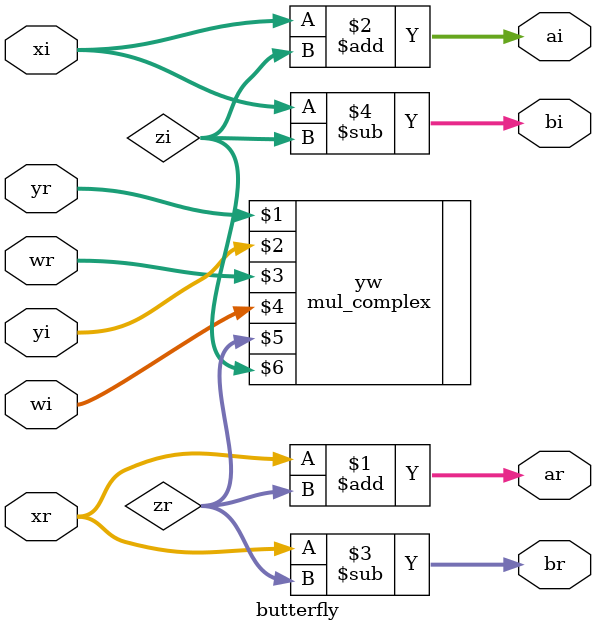
<source format=v>
/*
蝶形操作

(xr + xi) ----------------  --    ar + ai = (xr + xi) + [(yr + yi) * (wr + wi)]
                            \/             
                            /\              
(yr + yi) ---*(wr + wi)---  --    br + bi = (xr + xi) - [(yr + yi) * (wr + wi)] 
                            -1               
*/

module butterfly  (xr, xi, yr, yi, ar, ai, br, bi, wr, wi);

input signed [32 - 1:0] xr, xi, yr, yi;
input signed [32 - 1:0] wr, wi;

output signed [32 - 1:0] ar, ai, br, bi;

wire signed [32 - 1:0] zr, zi;

mul_complex yw(yr, yi, wr, wi, zr, zi);

assign ar = xr + zr;
assign ai = xi + zi;
assign br = xr - zr;
assign bi = xi - zi;

endmodule

</source>
